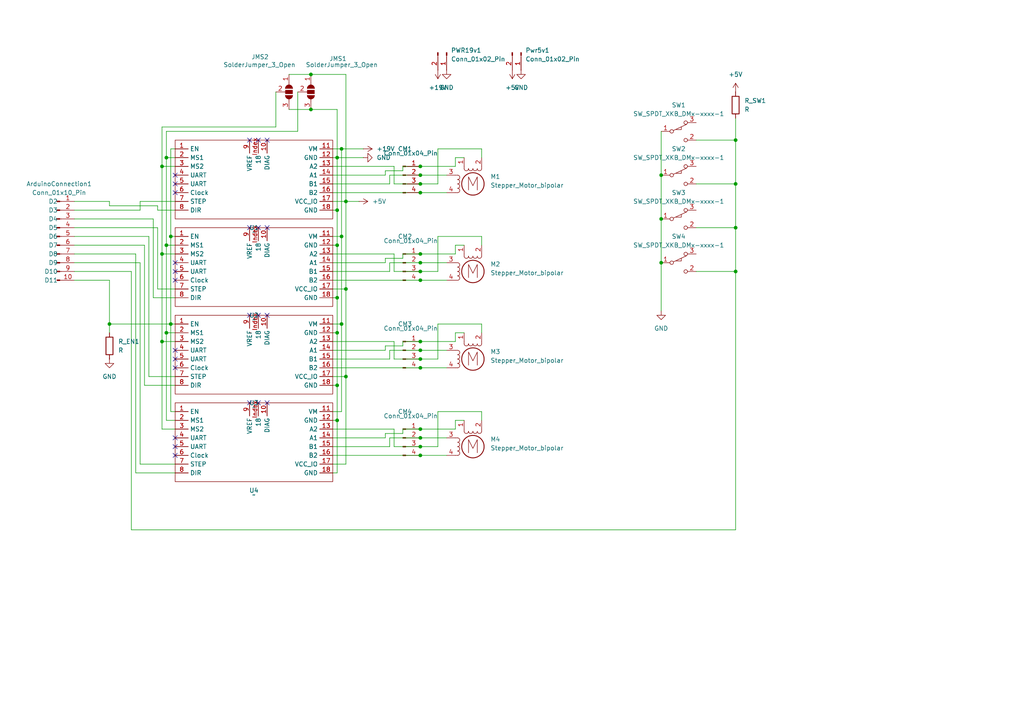
<source format=kicad_sch>
(kicad_sch (version 20231120) (generator "eeschema") (generator_version "8.0")
  (paper "A4")
  (lib_symbols
    (symbol "Connector:Conn_01x02_Pin" (pin_names (offset 1.016) hide)
      (property "Reference" "J" (at 0 2.54 0))
      (property "Value" "Conn_01x02_Pin" (at 0 -5.08 0))
      (symbol "Conn_01x02_Pin_1_1"
        (polyline (pts (xy 1.27 -2.54) (xy 0.8636 -2.54)) (stroke (width 0.1524)))
        (polyline (pts (xy 1.27 0) (xy 0.8636 0)) (stroke (width 0.1524)))
        (rectangle (start 0.8636 -2.413) (end 0 -2.667) (stroke (width 0.1524)) (fill (type outline)))
        (rectangle (start 0.8636 0.127) (end 0 -0.127) (stroke (width 0.1524)) (fill (type outline)))
        (pin passive line (at 5.08 0 180) (length 3.81) (name "Pin_1") (number "1"))
        (pin passive line (at 5.08 -2.54 180) (length 3.81) (name "Pin_2") (number "2"))
      )
    )
    (symbol "Connector:Conn_01x04_Pin" (pin_names (offset 1.016) hide)
      (property "Reference" "J" (at 0 5.08 0))
      (property "Value" "Conn_01x04_Pin" (at 0 -7.62 0))
      (symbol "Conn_01x04_Pin_1_1"
        (polyline (pts (xy 1.27 -5.08) (xy 0.8636 -5.08)) (stroke (width 0.1524)))
        (polyline (pts (xy 1.27 -2.54) (xy 0.8636 -2.54)) (stroke (width 0.1524)))
        (polyline (pts (xy 1.27 0) (xy 0.8636 0)) (stroke (width 0.1524)))
        (polyline (pts (xy 1.27 2.54) (xy 0.8636 2.54)) (stroke (width 0.1524)))
        (rectangle (start 0.8636 -4.953) (end 0 -5.207) (stroke (width 0.1524)) (fill (type outline)))
        (rectangle (start 0.8636 -2.413) (end 0 -2.667) (stroke (width 0.1524)) (fill (type outline)))
        (rectangle (start 0.8636 0.127) (end 0 -0.127) (stroke (width 0.1524)) (fill (type outline)))
        (rectangle (start 0.8636 2.667) (end 0 2.413) (stroke (width 0.1524)) (fill (type outline)))
        (pin passive line (at 5.08 2.54 180) (length 3.81) (name "Pin_1") (number "1"))
        (pin passive line (at 5.08 0 180) (length 3.81) (name "Pin_2") (number "2"))
        (pin passive line (at 5.08 -2.54 180) (length 3.81) (name "Pin_3") (number "3"))
        (pin passive line (at 5.08 -5.08 180) (length 3.81) (name "Pin_4") (number "4"))
      )
    )
    (symbol "Connector:Conn_01x10_Pin" (pin_names (offset 1.016))
      (property "Reference" "ArduinoConnection1" (at 0.635 15.24 0))
      (property "Value" "Conn_01x10_Pin" (at 0.635 12.7 0))
      (symbol "Conn_01x10_Pin_1_1"
        (rectangle (start 0 -10.033) (end 0.8636 -10.287) (stroke (width 0.1524)) (fill (type outline)))
        (polyline (pts (xy 1.27 -12.7) (xy 0.8636 -12.7)) (stroke (width 0.1524)))
        (polyline (pts (xy 1.27 -10.16) (xy 0.8636 -10.16)) (stroke (width 0.1524)))
        (polyline (pts (xy 1.27 -7.62) (xy 0.8636 -7.62)) (stroke (width 0.1524)))
        (polyline (pts (xy 1.27 -5.08) (xy 0.8636 -5.08)) (stroke (width 0.1524)))
        (polyline (pts (xy 1.27 -2.54) (xy 0.8636 -2.54)) (stroke (width 0.1524)))
        (polyline (pts (xy 1.27 0) (xy 0.8636 0)) (stroke (width 0.1524)))
        (polyline (pts (xy 1.27 2.54) (xy 0.8636 2.54)) (stroke (width 0.1524)))
        (polyline (pts (xy 1.27 5.08) (xy 0.8636 5.08)) (stroke (width 0.1524)))
        (polyline (pts (xy 1.27 7.62) (xy 0.8636 7.62)) (stroke (width 0.1524)))
        (polyline (pts (xy 1.27 10.16) (xy 0.8636 10.16)) (stroke (width 0.1524)))
        (rectangle (start 0.8636 -12.573) (end 0 -12.827) (stroke (width 0.1524)) (fill (type outline)))
        (rectangle (start 0.8636 -7.493) (end 0 -7.747) (stroke (width 0.1524)) (fill (type outline)))
        (rectangle (start 0.8636 -4.953) (end 0 -5.207) (stroke (width 0.1524)) (fill (type outline)))
        (rectangle (start 0.8636 -2.413) (end 0 -2.667) (stroke (width 0.1524)) (fill (type outline)))
        (rectangle (start 0.8636 0.127) (end 0 -0.127) (stroke (width 0.1524)) (fill (type outline)))
        (rectangle (start 0.8636 2.667) (end 0 2.413) (stroke (width 0.1524)) (fill (type outline)))
        (rectangle (start 0.8636 5.207) (end 0 4.953) (stroke (width 0.1524)) (fill (type outline)))
        (rectangle (start 0.8636 7.747) (end 0 7.493) (stroke (width 0.1524)) (fill (type outline)))
        (rectangle (start 0.8636 10.287) (end 0 10.033) (stroke (width 0.1524)) (fill (type outline)))
        (pin passive line (at 5.08 10.16 180) (length 3.81) (name "D2") (number "1"))
        (pin passive line (at 5.08 -12.7 180) (length 3.81) (name "D11") (number "10"))
        (pin passive line (at 5.08 7.62 180) (length 3.81) (name "D3") (number "2"))
        (pin passive line (at 5.08 5.08 180) (length 3.81) (name "D4") (number "3"))
        (pin passive line (at 5.08 2.54 180) (length 3.81) (name "D5") (number "4"))
        (pin passive line (at 5.08 0 180) (length 3.81) (name "D6") (number "5"))
        (pin passive line (at 5.08 -2.54 180) (length 3.81) (name "D7") (number "6"))
        (pin passive line (at 5.08 -5.08 180) (length 3.81) (name "D8") (number "7"))
        (pin passive line (at 5.08 -7.62 180) (length 3.81) (name "D9") (number "8"))
        (pin passive line (at 5.08 -10.16 180) (length 3.81) (name "D10") (number "9"))
      )
    )
    (symbol "Device:R" (pin_numbers hide) (pin_names (offset 0))
      (property "Reference" "R" (at 2.032 0 90))
      (property "Value" "R" (at 0 0 90))
      (symbol "R_0_1"
        (rectangle (start -1.016 -2.54) (end 1.016 2.54) (stroke (width 0.254)))
      )
      (symbol "R_1_1"
        (pin passive line (at 0 3.81 270) (length 1.27) (name "~") (number "1"))
        (pin passive line (at 0 -3.81 90) (length 1.27) (name "~") (number "2"))
      )
    )
    (symbol "Jumper:SolderJumper_3_Open" (pin_names (offset 0) hide) (exclude_from_sim yes) (in_bom no)
      (property "Reference" "JP" (at -2.54 -2.54 0))
      (property "Value" "SolderJumper_3_Open" (at 0 2.794 0))
      (symbol "SolderJumper_3_Open_0_1"
        (arc (start -1.016 1.016) (mid -2.0276 0) (end -1.016 -1.016))
        (arc (start -1.016 1.016) (mid -2.0276 0) (end -1.016 -1.016) (fill (type outline)))
        (rectangle (start -0.508 1.016) (end 0.508 -1.016) (fill (type outline)))
        (polyline (pts (xy -2.54 0) (xy -2.032 0)))
        (polyline (pts (xy -1.016 1.016) (xy -1.016 -1.016)))
        (polyline (pts (xy 0 -1.27) (xy 0 -1.016)))
        (polyline (pts (xy 1.016 1.016) (xy 1.016 -1.016)))
        (polyline (pts (xy 2.54 0) (xy 2.032 0)))
        (arc (start 1.016 -1.016) (mid 2.0276 0) (end 1.016 1.016))
        (arc (start 1.016 -1.016) (mid 2.0276 0) (end 1.016 1.016) (fill (type outline)))
      )
      (symbol "SolderJumper_3_Open_1_1"
        (pin passive line (at -5.08 0 0) (length 2.54) (name "A") (number "1"))
        (pin passive line (at 0 -3.81 90) (length 2.54) (name "C") (number "2"))
        (pin passive line (at 5.08 0 180) (length 2.54) (name "B") (number "3"))
      )
    )
    (symbol "Motor:Stepper_Motor_bipolar" (pin_names (offset 0) hide)
      (property "Reference" "M" (at 3.81 2.54 0))
      (property "Value" "Stepper_Motor_bipolar" (at 3.81 1.27 0))
      (symbol "Stepper_Motor_bipolar_0_0"
        (polyline (pts (xy -1.27 -1.778) (xy -1.27 2.032) (xy 0 -0.508) (xy 1.27 2.032) (xy 1.27 -1.778)))
      )
      (symbol "Stepper_Motor_bipolar_0_1"
        (arc (start -4.445 -2.54) (mid -3.8127 -1.905) (end -4.445 -1.27))
        (arc (start -4.445 -1.27) (mid -3.8127 -0.635) (end -4.445 0))
        (arc (start -4.445 0) (mid -3.8127 0.635) (end -4.445 1.27))
        (arc (start -4.445 1.27) (mid -3.8127 1.905) (end -4.445 2.54))
        (arc (start -2.54 4.445) (mid -1.905 3.8127) (end -1.27 4.445))
        (arc (start -1.27 4.445) (mid -0.635 3.8127) (end 0 4.445))
        (polyline (pts (xy -5.08 -2.54) (xy -4.445 -2.54)))
        (polyline (pts (xy -5.08 2.54) (xy -4.445 2.54)))
        (polyline (pts (xy -2.54 5.08) (xy -2.54 4.445)))
        (polyline (pts (xy 2.54 5.08) (xy 2.54 4.445)))
        (circle (center 0 0) (radius 3.2512) (stroke (width 0.254)))
        (arc (start 0 4.445) (mid 0.635 3.8127) (end 1.27 4.445))
        (arc (start 1.27 4.445) (mid 1.905 3.8127) (end 2.54 4.445))
      )
      (symbol "Stepper_Motor_bipolar_1_1"
        (pin passive line (at -2.54 7.62 270) (length 2.54) (name "~") (number "1"))
        (pin passive line (at 2.54 7.62 270) (length 2.54) (name "-") (number "2"))
        (pin passive line (at -7.62 2.54 0) (length 2.54) (name "~") (number "3"))
        (pin passive line (at -7.62 -2.54 0) (length 2.54) (name "~") (number "4"))
      )
    )
    (symbol "Switch:SW_SPDT_XKB_DMx-xxxx-1" (pin_names (offset 0) hide)
      (property "Reference" "SW" (at 0 4.318 0))
      (property "Value" "SW_SPDT_XKB_DMx-xxxx-1" (at 0 -5.588 0))
      (symbol "SW_SPDT_XKB_DMx-xxxx-1_1_1"
        (circle (center -2.032 0) (radius 0.508))
        (polyline (pts (xy -1.524 0.254) (xy 2.286 2.032)))
        (polyline (pts (xy -0.762 0.508) (xy 0.762 0.508) (xy 0.762 1.27)))
        (circle (center 2.032 -2.54) (radius 0.508))
        (circle (center 2.032 2.54) (radius 0.508))
        (pin passive line (at -5.08 0 0) (length 2.54) (name "A") (number "1"))
        (pin passive line (at 5.08 -2.54 180) (length 2.54) (name "B") (number "2"))
        (pin passive line (at 5.08 2.54 180) (length 2.54) (name "C") (number "3"))
      )
    )
    (symbol "TMC2209:Bigtreetech_TMC2209"
      (property "Reference" "U" (at 0 0 0))
      (symbol "Bigtreetech_TMC2209_0_1"
        (rectangle (start -24.13 11.43) (end 21.59 -11.43))
      )
      (symbol "Bigtreetech_TMC2209_1_1"
        (polyline (pts (xy -2.54 6.35) (xy -2.1336 6.35)) (stroke (width 0.1524)))
        (pin input line (at -24.13 8.89 0) (length 3.81) (name "EN") (number "1"))
        (pin passive line (at 2.54 11.43 270) (length 3.81) (name "DIAG") (number "10"))
        (pin power_in line (at 21.59 8.89 180) (length 3.81) (name "VM") (number "11"))
        (pin power_in line (at 21.59 6.35 180) (length 3.81) (name "GND") (number "12"))
        (pin output line (at 21.59 3.81 180) (length 3.81) (name "A2") (number "13"))
        (pin output line (at 21.59 1.27 180) (length 3.81) (name "A1") (number "14"))
        (pin output line (at 21.59 -1.27 180) (length 3.81) (name "B1") (number "15"))
        (pin output line (at 21.59 -3.81 180) (length 3.81) (name "B2") (number "16"))
        (pin power_in line (at 21.59 -6.35 180) (length 3.81) (name "VCC_IO") (number "17"))
        (pin power_in line (at 21.59 -8.89 180) (length 3.81) (name "GND") (number "18"))
        (pin input line (at -24.13 6.35 0) (length 3.81) (name "MS1") (number "2"))
        (pin input line (at -24.13 3.81 0) (length 3.81) (name "MS2") (number "3"))
        (pin input line (at -24.13 1.27 0) (length 3.81) (name "UART") (number "4"))
        (pin input line (at -24.13 -1.27 0) (length 3.81) (name "UART") (number "5"))
        (pin input line (at -24.13 -3.81 0) (length 3.81) (name "Clock") (number "6"))
        (pin input line (at -24.13 -6.35 0) (length 3.81) (name "STEP") (number "7"))
        (pin input line (at -24.13 -8.89 0) (length 3.81) (name "DIR") (number "8"))
        (pin passive line (at -2.54 11.43 270) (length 3.81) (name "VREF") (number "9"))
        (pin passive line (at 0 11.43 270) (length 3.81) (name "18") (number "Index"))
      )
    )
    (symbol "power:+15V" (power) (pin_numbers hide) (pin_names (offset 0) hide)
      (property "Value" "+15V" (at 0 3.556 0))
      (symbol "+15V_0_1"
        (polyline (pts (xy -0.762 1.27) (xy 0 2.54)))
        (polyline (pts (xy 0 0) (xy 0 2.54)))
        (polyline (pts (xy 0 2.54) (xy 0.762 1.27)))
      )
      (symbol "+15V_1_1"
        (pin power_in line (at 0 0 90) (length 0) (name "~") (number "1"))
      )
    )
    (symbol "power:+5V" (power) (pin_numbers hide) (pin_names (offset 0) hide)
      (property "Value" "+5V" (at 0 3.556 0))
      (symbol "+5V_0_1"
        (polyline (pts (xy -0.762 1.27) (xy 0 2.54)))
        (polyline (pts (xy 0 0) (xy 0 2.54)))
        (polyline (pts (xy 0 2.54) (xy 0.762 1.27)))
      )
      (symbol "+5V_1_1"
        (pin power_in line (at 0 0 90) (length 0) (name "~") (number "1"))
      )
    )
    (symbol "power:GND" (power) (pin_numbers hide) (pin_names (offset 0) hide)
      (property "Value" "GND" (at 0 -3.81 0))
      (symbol "GND_0_1"
        (polyline (pts (xy 0 0) (xy 0 -1.27) (xy 1.27 -1.27) (xy 0 -2.54) (xy -1.27 -1.27) (xy 0 -1.27)))
      )
      (symbol "GND_1_1"
        (pin power_in line (at 0 0 270) (length 0) (name "~") (number "1"))
      )
    )
  )
  (junction (at 46.99 99.06))
  (junction (at 213.36 53.34))
  (junction (at 121.92 48.26))
  (junction (at 121.92 101.6))
  (junction (at 191.77 76.2))
  (junction (at 97.79 96.52))
  (junction (at 213.36 78.74))
  (junction (at 121.92 129.54))
  (junction (at 99.06 43.18))
  (junction (at 121.92 76.2))
  (junction (at 31.75 93.98))
  (junction (at 48.26 71.12))
  (junction (at 121.92 132.08))
  (junction (at 100.33 58.42))
  (junction (at 121.92 50.8))
  (junction (at 97.79 60.96))
  (junction (at 121.92 78.74))
  (junction (at 121.92 99.06))
  (junction (at 191.77 50.8))
  (junction (at 121.92 55.88))
  (junction (at 97.79 45.72))
  (junction (at 99.06 68.58))
  (junction (at 97.79 121.92))
  (junction (at 121.92 73.66))
  (junction (at 46.99 73.66))
  (junction (at 90.17 21.59))
  (junction (at 213.36 66.04))
  (junction (at 48.26 45.72))
  (junction (at 49.53 68.58))
  (junction (at 191.77 63.5))
  (junction (at 49.53 93.98))
  (junction (at 121.92 53.34))
  (junction (at 121.92 81.28))
  (junction (at 90.17 31.75))
  (junction (at 121.92 124.46))
  (junction (at 100.33 83.82))
  (junction (at 121.92 104.14))
  (junction (at 100.33 109.22))
  (junction (at 97.79 86.36))
  (junction (at 99.06 93.98))
  (junction (at 213.36 40.64))
  (junction (at 46.99 48.26))
  (junction (at 97.79 111.76))
  (junction (at 121.92 127))
  (junction (at 48.26 96.52))
  (junction (at 121.92 106.68))
  (junction (at 97.79 71.12))
  (no_connect (at 50.8 129.54))
  (no_connect (at 77.47 116.84))
  (no_connect (at 72.39 116.84))
  (no_connect (at 50.8 132.08))
  (no_connect (at 77.47 66.04))
  (no_connect (at 50.8 78.74))
  (no_connect (at 50.8 106.68))
  (no_connect (at 50.8 53.34))
  (no_connect (at 50.8 50.8))
  (no_connect (at 72.39 91.44))
  (no_connect (at 74.93 40.64))
  (no_connect (at 50.8 81.28))
  (no_connect (at 74.93 116.84))
  (no_connect (at 72.39 66.04))
  (no_connect (at 50.8 104.14))
  (no_connect (at 50.8 127))
  (no_connect (at 50.8 55.88))
  (no_connect (at 74.93 66.04))
  (no_connect (at 50.8 76.2))
  (no_connect (at 77.47 91.44))
  (no_connect (at 74.93 91.44))
  (no_connect (at 50.8 101.6))
  (no_connect (at 77.47 40.64))
  (no_connect (at 72.39 40.64))
  (wire (pts (xy 132.08 71.12) (xy 132.08 73.66)))
  (wire (pts (xy 46.99 99.06) (xy 50.8 99.06)))
  (wire (pts (xy 96.52 76.2) (xy 111.76 76.2)))
  (wire (pts (xy 96.52 124.46) (xy 114.3 124.46)))
  (wire (pts (xy 139.7 96.52) (xy 139.7 93.98)))
  (wire (pts (xy 116.84 49.53) (xy 116.84 48.26)))
  (wire (pts (xy 127 119.38) (xy 127 129.54)))
  (wire (pts (xy 139.7 68.58) (xy 127 68.58)))
  (wire (pts (xy 40.64 58.42) (xy 40.64 60.96)))
  (wire (pts (xy 99.06 93.98) (xy 99.06 119.38)))
  (wire (pts (xy 99.06 68.58) (xy 96.52 68.58)))
  (wire (pts (xy 48.26 71.12) (xy 50.8 71.12)))
  (wire (pts (xy 127 104.14) (xy 121.92 104.14)))
  (wire (pts (xy 50.8 48.26) (xy 46.99 48.26)))
  (wire (pts (xy 90.17 31.75) (xy 97.79 31.75)))
  (wire (pts (xy 97.79 111.76) (xy 96.52 111.76)))
  (wire (pts (xy 39.37 137.16) (xy 39.37 73.66)))
  (wire (pts (xy 121.92 127) (xy 129.54 127)))
  (wire (pts (xy 99.06 43.18) (xy 105.41 43.18)))
  (wire (pts (xy 38.1 153.67) (xy 213.36 153.67)))
  (wire (pts (xy 97.79 111.76) (xy 97.79 121.92)))
  (wire (pts (xy 114.3 73.66) (xy 114.3 78.74)))
  (wire (pts (xy 49.53 93.98) (xy 49.53 119.38)))
  (wire (pts (xy 96.52 53.34) (xy 113.03 53.34)))
  (wire (pts (xy 50.8 134.62) (xy 40.64 134.62)))
  (wire (pts (xy 132.08 45.72) (xy 132.08 48.26)))
  (wire (pts (xy 96.52 127) (xy 111.76 127)))
  (wire (pts (xy 21.59 81.28) (xy 31.75 81.28)))
  (wire (pts (xy 111.76 127) (xy 111.76 125.73)))
  (wire (pts (xy 97.79 45.72) (xy 105.41 45.72)))
  (wire (pts (xy 21.59 78.74) (xy 38.1 78.74)))
  (wire (pts (xy 46.99 36.83) (xy 80.01 36.83)))
  (wire (pts (xy 113.03 101.6) (xy 121.92 101.6)))
  (wire (pts (xy 99.06 93.98) (xy 96.52 93.98)))
  (wire (pts (xy 96.52 104.14) (xy 113.03 104.14)))
  (wire (pts (xy 100.33 109.22) (xy 96.52 109.22)))
  (wire (pts (xy 96.52 99.06) (xy 114.3 99.06)))
  (wire (pts (xy 132.08 124.46) (xy 121.92 124.46)))
  (wire (pts (xy 114.3 124.46) (xy 114.3 129.54)))
  (wire (pts (xy 99.06 68.58) (xy 99.06 93.98)))
  (wire (pts (xy 31.75 93.98) (xy 31.75 96.52)))
  (wire (pts (xy 45.72 83.82) (xy 45.72 66.04)))
  (wire (pts (xy 50.8 60.96) (xy 45.72 60.96)))
  (wire (pts (xy 116.84 74.93) (xy 116.84 73.66)))
  (wire (pts (xy 96.52 134.62) (xy 100.33 134.62)))
  (wire (pts (xy 111.76 100.33) (xy 116.84 100.33)))
  (wire (pts (xy 97.79 121.92) (xy 96.52 121.92)))
  (wire (pts (xy 100.33 58.42) (xy 100.33 21.59)))
  (wire (pts (xy 49.53 119.38) (xy 50.8 119.38)))
  (wire (pts (xy 49.53 43.18) (xy 50.8 43.18)))
  (wire (pts (xy 48.26 96.52) (xy 48.26 71.12)))
  (wire (pts (xy 114.3 99.06) (xy 114.3 104.14)))
  (wire (pts (xy 111.76 125.73) (xy 116.84 125.73)))
  (wire (pts (xy 132.08 121.92) (xy 132.08 124.46)))
  (wire (pts (xy 99.06 119.38) (xy 96.52 119.38)))
  (wire (pts (xy 116.84 124.46) (xy 121.92 124.46)))
  (wire (pts (xy 121.92 76.2) (xy 129.54 76.2)))
  (wire (pts (xy 121.92 132.08) (xy 129.54 132.08)))
  (wire (pts (xy 80.01 36.83) (xy 80.01 26.67)))
  (wire (pts (xy 45.72 66.04) (xy 21.59 66.04)))
  (wire (pts (xy 96.52 132.08) (xy 121.92 132.08)))
  (wire (pts (xy 96.52 50.8) (xy 111.76 50.8)))
  (wire (pts (xy 191.77 76.2) (xy 191.77 90.17)))
  (wire (pts (xy 134.62 45.72) (xy 132.08 45.72)))
  (wire (pts (xy 50.8 109.22) (xy 43.18 109.22)))
  (wire (pts (xy 38.1 78.74) (xy 38.1 153.67)))
  (wire (pts (xy 113.03 76.2) (xy 121.92 76.2)))
  (wire (pts (xy 41.91 111.76) (xy 50.8 111.76)))
  (wire (pts (xy 100.33 58.42) (xy 104.14 58.42)))
  (wire (pts (xy 113.03 50.8) (xy 121.92 50.8)))
  (wire (pts (xy 213.36 40.64) (xy 213.36 53.34)))
  (wire (pts (xy 21.59 71.12) (xy 41.91 71.12)))
  (wire (pts (xy 132.08 48.26) (xy 121.92 48.26)))
  (wire (pts (xy 121.92 106.68) (xy 129.54 106.68)))
  (wire (pts (xy 111.76 49.53) (xy 116.84 49.53)))
  (wire (pts (xy 201.93 40.64) (xy 213.36 40.64)))
  (wire (pts (xy 213.36 53.34) (xy 201.93 53.34)))
  (wire (pts (xy 41.91 71.12) (xy 41.91 111.76)))
  (wire (pts (xy 96.52 106.68) (xy 121.92 106.68)))
  (wire (pts (xy 31.75 59.69) (xy 31.75 58.42)))
  (wire (pts (xy 96.52 81.28) (xy 121.92 81.28)))
  (wire (pts (xy 127 68.58) (xy 127 78.74)))
  (wire (pts (xy 31.75 81.28) (xy 31.75 93.98)))
  (wire (pts (xy 46.99 99.06) (xy 46.99 124.46)))
  (wire (pts (xy 96.52 96.52) (xy 97.79 96.52)))
  (wire (pts (xy 127 78.74) (xy 121.92 78.74)))
  (wire (pts (xy 213.36 66.04) (xy 213.36 78.74)))
  (wire (pts (xy 111.76 50.8) (xy 111.76 49.53)))
  (wire (pts (xy 31.75 58.42) (xy 21.59 58.42)))
  (wire (pts (xy 97.79 86.36) (xy 96.52 86.36)))
  (wire (pts (xy 113.03 127) (xy 121.92 127)))
  (wire (pts (xy 96.52 60.96) (xy 97.79 60.96)))
  (wire (pts (xy 50.8 121.92) (xy 48.26 121.92)))
  (wire (pts (xy 213.36 153.67) (xy 213.36 78.74)))
  (wire (pts (xy 121.92 81.28) (xy 129.54 81.28)))
  (wire (pts (xy 100.33 83.82) (xy 100.33 58.42)))
  (wire (pts (xy 48.26 45.72) (xy 48.26 38.1)))
  (wire (pts (xy 114.3 104.14) (xy 121.92 104.14)))
  (wire (pts (xy 116.84 125.73) (xy 116.84 124.46)))
  (wire (pts (xy 43.18 68.58) (xy 21.59 68.58)))
  (wire (pts (xy 116.84 100.33) (xy 116.84 99.06)))
  (wire (pts (xy 46.99 48.26) (xy 46.99 73.66)))
  (wire (pts (xy 114.3 48.26) (xy 114.3 53.34)))
  (wire (pts (xy 127 129.54) (xy 121.92 129.54)))
  (wire (pts (xy 44.45 86.36) (xy 44.45 63.5)))
  (wire (pts (xy 97.79 45.72) (xy 97.79 60.96)))
  (wire (pts (xy 96.52 48.26) (xy 114.3 48.26)))
  (wire (pts (xy 97.79 96.52) (xy 97.79 111.76)))
  (wire (pts (xy 40.64 76.2) (xy 21.59 76.2)))
  (wire (pts (xy 100.33 83.82) (xy 96.52 83.82)))
  (wire (pts (xy 39.37 137.16) (xy 50.8 137.16)))
  (wire (pts (xy 44.45 63.5) (xy 21.59 63.5)))
  (wire (pts (xy 134.62 121.92) (xy 132.08 121.92)))
  (wire (pts (xy 97.79 137.16) (xy 96.52 137.16)))
  (wire (pts (xy 48.26 38.1) (xy 86.36 38.1)))
  (wire (pts (xy 48.26 71.12) (xy 48.26 45.72)))
  (wire (pts (xy 49.53 68.58) (xy 50.8 68.58)))
  (wire (pts (xy 40.64 60.96) (xy 21.59 60.96)))
  (wire (pts (xy 191.77 63.5) (xy 191.77 76.2)))
  (wire (pts (xy 191.77 50.8) (xy 191.77 63.5)))
  (wire (pts (xy 86.36 38.1) (xy 86.36 26.67)))
  (wire (pts (xy 46.99 73.66) (xy 50.8 73.66)))
  (wire (pts (xy 111.76 101.6) (xy 111.76 100.33)))
  (wire (pts (xy 97.79 121.92) (xy 97.79 137.16)))
  (wire (pts (xy 31.75 93.98) (xy 49.53 93.98)))
  (wire (pts (xy 96.52 73.66) (xy 114.3 73.66)))
  (wire (pts (xy 213.36 66.04) (xy 201.93 66.04)))
  (wire (pts (xy 49.53 68.58) (xy 49.53 93.98)))
  (wire (pts (xy 114.3 53.34) (xy 121.92 53.34)))
  (wire (pts (xy 100.33 21.59) (xy 90.17 21.59)))
  (wire (pts (xy 213.36 53.34) (xy 213.36 66.04)))
  (wire (pts (xy 48.26 45.72) (xy 50.8 45.72)))
  (wire (pts (xy 116.84 73.66) (xy 121.92 73.66)))
  (wire (pts (xy 50.8 58.42) (xy 40.64 58.42)))
  (wire (pts (xy 114.3 129.54) (xy 121.92 129.54)))
  (wire (pts (xy 134.62 71.12) (xy 132.08 71.12)))
  (wire (pts (xy 50.8 86.36) (xy 44.45 86.36)))
  (wire (pts (xy 121.92 55.88) (xy 129.54 55.88)))
  (wire (pts (xy 48.26 96.52) (xy 50.8 96.52)))
  (wire (pts (xy 139.7 45.72) (xy 139.7 43.18)))
  (wire (pts (xy 213.36 78.74) (xy 201.93 78.74)))
  (wire (pts (xy 100.33 134.62) (xy 100.33 109.22)))
  (wire (pts (xy 111.76 74.93) (xy 116.84 74.93)))
  (wire (pts (xy 113.03 129.54) (xy 113.03 127)))
  (wire (pts (xy 97.79 31.75) (xy 97.79 45.72)))
  (wire (pts (xy 96.52 43.18) (xy 99.06 43.18)))
  (wire (pts (xy 49.53 93.98) (xy 50.8 93.98)))
  (wire (pts (xy 139.7 119.38) (xy 127 119.38)))
  (wire (pts (xy 113.03 78.74) (xy 113.03 76.2)))
  (wire (pts (xy 132.08 73.66) (xy 121.92 73.66)))
  (wire (pts (xy 96.52 55.88) (xy 121.92 55.88)))
  (wire (pts (xy 97.79 86.36) (xy 97.79 96.52)))
  (wire (pts (xy 46.99 124.46) (xy 50.8 124.46)))
  (wire (pts (xy 97.79 60.96) (xy 97.79 71.12)))
  (wire (pts (xy 139.7 71.12) (xy 139.7 68.58)))
  (wire (pts (xy 134.62 96.52) (xy 132.08 96.52)))
  (wire (pts (xy 127 53.34) (xy 121.92 53.34)))
  (wire (pts (xy 46.99 48.26) (xy 46.99 36.83)))
  (wire (pts (xy 111.76 76.2) (xy 111.76 74.93)))
  (wire (pts (xy 113.03 104.14) (xy 113.03 101.6)))
  (wire (pts (xy 96.52 45.72) (xy 97.79 45.72)))
  (wire (pts (xy 49.53 43.18) (xy 49.53 68.58)))
  (wire (pts (xy 116.84 99.06) (xy 121.92 99.06)))
  (wire (pts (xy 43.18 109.22) (xy 43.18 68.58)))
  (wire (pts (xy 116.84 48.26) (xy 121.92 48.26)))
  (wire (pts (xy 97.79 71.12) (xy 97.79 86.36)))
  (wire (pts (xy 100.33 58.42) (xy 96.52 58.42)))
  (wire (pts (xy 46.99 73.66) (xy 46.99 99.06)))
  (wire (pts (xy 127 93.98) (xy 127 104.14)))
  (wire (pts (xy 99.06 43.18) (xy 99.06 68.58)))
  (wire (pts (xy 40.64 134.62) (xy 40.64 76.2)))
  (wire (pts (xy 121.92 101.6) (xy 129.54 101.6)))
  (wire (pts (xy 132.08 96.52) (xy 132.08 99.06)))
  (wire (pts (xy 50.8 83.82) (xy 45.72 83.82)))
  (wire (pts (xy 96.52 129.54) (xy 113.03 129.54)))
  (wire (pts (xy 132.08 99.06) (xy 121.92 99.06)))
  (wire (pts (xy 45.72 59.69) (xy 31.75 59.69)))
  (wire (pts (xy 83.82 31.75) (xy 90.17 31.75)))
  (wire (pts (xy 90.17 21.59) (xy 83.82 21.59)))
  (wire (pts (xy 113.03 53.34) (xy 113.03 50.8)))
  (wire (pts (xy 139.7 121.92) (xy 139.7 119.38)))
  (wire (pts (xy 96.52 71.12) (xy 97.79 71.12)))
  (wire (pts (xy 96.52 101.6) (xy 111.76 101.6)))
  (wire (pts (xy 121.92 50.8) (xy 129.54 50.8)))
  (wire (pts (xy 48.26 121.92) (xy 48.26 96.52)))
  (wire (pts (xy 139.7 93.98) (xy 127 93.98)))
  (wire (pts (xy 213.36 40.64) (xy 213.36 34.29)))
  (wire (pts (xy 100.33 109.22) (xy 100.33 83.82)))
  (wire (pts (xy 45.72 60.96) (xy 45.72 59.69)))
  (wire (pts (xy 191.77 38.1) (xy 191.77 50.8)))
  (wire (pts (xy 39.37 73.66) (xy 21.59 73.66)))
  (wire (pts (xy 127 43.18) (xy 127 53.34)))
  (wire (pts (xy 96.52 78.74) (xy 113.03 78.74)))
  (wire (pts (xy 114.3 78.74) (xy 121.92 78.74)))
  (wire (pts (xy 139.7 43.18) (xy 127 43.18)))
  (symbol (lib_id "Device:R") (at 213.36 30.48 0) (unit 1)
    (property "Reference" "R_SW1" (at 215.9 29.2099 0) (effects (justify left)))
    (property "Value" "R" (at 215.9 31.7499 0) (effects (justify left)))
    (property "Footprint" "Resistor_THT:R_Axial_DIN0207_L6.3mm_D2.5mm_P10.16mm_Horizontal" (effects (hide yes)))
    (property "Description" "Resistor" (effects (hide yes)))
  )
  (symbol (lib_id "Connector:Conn_01x02_Pin") (at 129.54 15.24 270) (unit 1)
    (property "Reference" "PWR19v1" (at 130.81 14.6049 90) (effects (justify left)))
    (property "Value" "Conn_01x02_Pin" (at 130.81 17.1449 90) (effects (justify left)))
    (property "Footprint" "Connector_PinSocket_2.54mm:PinSocket_1x02_P2.54mm_Vertical" (effects (hide yes)))
    (property "Description" "Generic connector, single row, 01x02, script generated" (effects (hide yes)))
  )
  (symbol (lib_id "Switch:SW_SPDT_XKB_DMx-xxxx-1") (at 196.85 76.2 0) (unit 1)
    (property "Reference" "SW4" (at 196.85 68.58 0))
    (property "Value" "SW_SPDT_XKB_DMx-xxxx-1" (at 196.85 71.12 0))
    (property "Footprint" "Connector_PinSocket_2.54mm:PinSocket_1x02_P2.54mm_Vertical" (effects (hide yes)))
    (property "Description" "Position switch" (effects (hide yes)))
  )
  (symbol (lib_id "power:GND") (at 129.54 20.32 0) (unit 1)
    (property "Reference" "#PWR07" (effects (hide yes)))
    (property "Value" "GND" (at 129.54 25.4 0))
    (property "Description" "Power symbol creates a global label with name \"GND\" , ground" (effects (hide yes)))
  )
  (symbol (lib_id "power:+15V") (at 127 20.32 180) (unit 1)
    (property "Reference" "#PWR09" (effects (hide yes)))
    (property "Value" "+19V" (at 127 25.4 0))
    (property "Description" "Power symbol creates a global label with name \"+15V\"" (effects (hide yes)))
  )
  (symbol (lib_id "power:GND") (at 151.13 20.32 0) (unit 1)
    (property "Reference" "#PWR08" (effects (hide yes)))
    (property "Value" "GND" (at 151.13 25.4 0))
    (property "Description" "Power symbol creates a global label with name \"GND\" , ground" (effects (hide yes)))
  )
  (symbol (lib_id "Jumper:SolderJumper_3_Open") (at 83.82 26.67 270) (unit 1) (exclude_from_sim yes) (in_bom no)
    (property "Reference" "JMS2" (at 72.898 16.51 90) (effects (justify left)))
    (property "Value" "SolderJumper_3_Open" (at 64.77 18.796 90) (effects (justify left)))
    (property "Footprint" "Jumper:SolderJumper-3_P1.3mm_Open_RoundedPad1.0x1.5mm_NumberLabels" (effects (hide yes)))
    (property "Description" "Solder Jumper, 3-pole, open" (effects (hide yes)))
  )
  (symbol (lib_id "Motor:Stepper_Motor_bipolar") (at 137.16 129.54 0) (unit 1)
    (property "Reference" "M4" (at 142.24 127.419 0) (effects (justify left)))
    (property "Value" "Stepper_Motor_bipolar" (at 142.24 129.959 0) (effects (justify left)))
    (property "Datasheet" "http://www.infineon.com/dgdl/Application-Note-TLE8110EE_driving_UniPolarStepperMotor_V1.1.pdf?fileId=db3a30431be39b97011be5d0aa0a00b0" (effects (hide yes)))
    (property "Description" "4-wire bipolar stepper motor" (effects (hide yes)))
  )
  (symbol (lib_id "Motor:Stepper_Motor_bipolar") (at 137.16 78.74 0) (unit 1)
    (property "Reference" "M2" (at 142.24 76.619 0) (effects (justify left)))
    (property "Value" "Stepper_Motor_bipolar" (at 142.24 79.159 0) (effects (justify left)))
    (property "Datasheet" "http://www.infineon.com/dgdl/Application-Note-TLE8110EE_driving_UniPolarStepperMotor_V1.1.pdf?fileId=db3a30431be39b97011be5d0aa0a00b0" (effects (hide yes)))
    (property "Description" "4-wire bipolar stepper motor" (effects (hide yes)))
  )
  (symbol (lib_id "TMC2209:Bigtreetech_TMC2209") (at 74.93 77.47 0) (unit 1)
    (property "Reference" "U2" (at 73.66 91.44 0))
    (property "Value" "~" (at 73.66 92.71 0))
    (property "Footprint" "TMC2209:Bigtreetech_TMC2209" (effects (hide yes)))
  )
  (symbol (lib_id "TMC2209:Bigtreetech_TMC2209") (at 74.93 52.07 0) (unit 1)
    (property "Reference" "U1" (at 73.66 66.04 0))
    (property "Value" "~" (at 73.66 67.31 0))
    (property "Footprint" "TMC2209:Bigtreetech_TMC2209" (effects (hide yes)))
  )
  (symbol (lib_id "power:GND") (at 191.77 90.17 0) (unit 1)
    (property "Reference" "#PWR04" (effects (hide yes)))
    (property "Value" "GND" (at 191.77 95.25 0))
    (property "Description" "Power symbol creates a global label with name \"GND\" , ground" (effects (hide yes)))
  )
  (symbol (lib_id "Jumper:SolderJumper_3_Open") (at 90.17 26.67 270) (unit 1) (exclude_from_sim yes) (in_bom no)
    (property "Reference" "JMS1" (at 95.504 17.018 90) (effects (justify left)))
    (property "Value" "SolderJumper_3_Open" (at 88.646 18.7961 90) (effects (justify left)))
    (property "Footprint" "Jumper:SolderJumper-3_P1.3mm_Open_RoundedPad1.0x1.5mm_NumberLabels" (effects (hide yes)))
    (property "Description" "Solder Jumper, 3-pole, open" (effects (hide yes)))
  )
  (symbol (lib_id "TMC2209:Bigtreetech_TMC2209") (at 74.93 128.27 0) (unit 1)
    (property "Reference" "U4" (at 73.66 142.24 0))
    (property "Value" "~" (at 73.66 143.51 0))
    (property "Footprint" "TMC2209:Bigtreetech_TMC2209" (effects (hide yes)))
  )
  (symbol (lib_id "power:+5V") (at 104.14 58.42 270) (unit 1)
    (property "Reference" "#PWR01" (effects (hide yes)))
    (property "Value" "+5V" (at 107.95 58.4199 90) (effects (justify left)))
    (property "Description" "Power symbol creates a global label with name \"+5V\"" (effects (hide yes)))
  )
  (symbol (lib_id "Switch:SW_SPDT_XKB_DMx-xxxx-1") (at 196.85 50.8 0) (unit 1)
    (property "Reference" "SW2" (at 196.85 43.18 0))
    (property "Value" "SW_SPDT_XKB_DMx-xxxx-1" (at 196.85 45.72 0))
    (property "Footprint" "Connector_PinSocket_2.54mm:PinSocket_1x02_P2.54mm_Vertical" (effects (hide yes)))
    (property "Description" "Position switch" (effects (hide yes)))
  )
  (symbol (lib_id "Switch:SW_SPDT_XKB_DMx-xxxx-1") (at 196.85 38.1 0) (unit 1)
    (property "Reference" "SW1" (at 196.85 30.48 0))
    (property "Value" "SW_SPDT_XKB_DMx-xxxx-1" (at 196.85 33.02 0))
    (property "Footprint" "Connector_PinSocket_2.54mm:PinSocket_1x02_P2.54mm_Vertical" (effects (hide yes)))
    (property "Description" "Position switch" (effects (hide yes)))
  )
  (symbol (lib_id "Connector:Conn_01x04_Pin") (at 116.84 76.2 0) (unit 1)
    (property "Reference" "CM2" (at 117.475 68.58 0))
    (property "Value" "Conn_01x04_Pin" (at 119.126 69.85 0))
    (property "Footprint" "Connector_PinHeader_2.54mm:PinHeader_1x04_P2.54mm_Vertical" (effects (hide yes)))
    (property "Description" "Generic connector, single row, 01x04, script generated" (effects (hide yes)))
  )
  (symbol (lib_id "Motor:Stepper_Motor_bipolar") (at 137.16 104.14 0) (unit 1)
    (property "Reference" "M3" (at 142.24 102.019 0) (effects (justify left)))
    (property "Value" "Stepper_Motor_bipolar" (at 142.24 104.559 0) (effects (justify left)))
    (property "Datasheet" "http://www.infineon.com/dgdl/Application-Note-TLE8110EE_driving_UniPolarStepperMotor_V1.1.pdf?fileId=db3a30431be39b97011be5d0aa0a00b0" (effects (hide yes)))
    (property "Description" "4-wire bipolar stepper motor" (effects (hide yes)))
  )
  (symbol (lib_id "power:GND") (at 31.75 104.14 0) (unit 1)
    (property "Reference" "#PWR06" (effects (hide yes)))
    (property "Value" "GND" (at 31.75 109.22 0))
    (property "Description" "Power symbol creates a global label with name \"GND\" , ground" (effects (hide yes)))
  )
  (symbol (lib_id "Device:R") (at 31.75 100.33 0) (unit 1)
    (property "Reference" "R_EN1" (at 34.29 99.0599 0) (effects (justify left)))
    (property "Value" "R" (at 34.29 101.5999 0) (effects (justify left)))
    (property "Footprint" "Resistor_THT:R_Axial_DIN0207_L6.3mm_D2.5mm_P10.16mm_Horizontal" (effects (hide yes)))
    (property "Description" "Resistor" (effects (hide yes)))
  )
  (symbol (lib_id "Switch:SW_SPDT_XKB_DMx-xxxx-1") (at 196.85 63.5 0) (unit 1)
    (property "Reference" "SW3" (at 196.85 55.88 0))
    (property "Value" "SW_SPDT_XKB_DMx-xxxx-1" (at 196.85 58.42 0))
    (property "Footprint" "Connector_PinSocket_2.54mm:PinSocket_1x02_P2.54mm_Vertical" (effects (hide yes)))
    (property "Description" "Position switch" (effects (hide yes)))
  )
  (symbol (lib_id "Connector:Conn_01x02_Pin") (at 151.13 15.24 270) (unit 1)
    (property "Reference" "Pwr5v1" (at 152.4 14.6049 90) (effects (justify left)))
    (property "Value" "Conn_01x02_Pin" (at 152.4 17.1449 90) (effects (justify left)))
    (property "Footprint" "Connector_PinHeader_2.54mm:PinHeader_1x02_P2.54mm_Vertical" (effects (hide yes)))
    (property "Description" "Generic connector, single row, 01x02, script generated" (effects (hide yes)))
  )
  (symbol (lib_id "power:+15V") (at 105.41 43.18 270) (unit 1)
    (property "Reference" "#PWR02" (effects (hide yes)))
    (property "Value" "+19V" (at 109.22 43.1799 90) (effects (justify left)))
    (property "Description" "Power symbol creates a global label with name \"+15V\"" (effects (hide yes)))
  )
  (symbol (lib_id "power:GND") (at 105.41 45.72 90) (unit 1)
    (property "Reference" "#PWR03" (effects (hide yes)))
    (property "Value" "GND" (at 109.22 45.7199 90) (effects (justify right)))
    (property "Description" "Power symbol creates a global label with name \"GND\" , ground" (effects (hide yes)))
  )
  (symbol (lib_id "TMC2209:Bigtreetech_TMC2209") (at 74.93 102.87 0) (unit 1)
    (property "Reference" "U3" (at 73.66 116.84 0))
    (property "Value" "~" (at 73.66 118.11 0))
    (property "Footprint" "TMC2209:Bigtreetech_TMC2209" (effects (hide yes)))
  )
  (symbol (lib_id "Connector:Conn_01x04_Pin") (at 116.84 50.8 0) (unit 1)
    (property "Reference" "CM1" (at 117.475 43.18 0))
    (property "Value" "Conn_01x04_Pin" (at 119.126 44.45 0))
    (property "Footprint" "Connector_PinHeader_2.54mm:PinHeader_1x04_P2.54mm_Vertical" (effects (hide yes)))
    (property "Description" "Generic connector, single row, 01x04, script generated" (effects (hide yes)))
  )
  (symbol (lib_id "Connector:Conn_01x04_Pin") (at 116.84 127 0) (unit 1)
    (property "Reference" "CM4" (at 117.475 119.38 0))
    (property "Value" "Conn_01x04_Pin" (at 119.126 120.65 0))
    (property "Footprint" "Connector_PinHeader_2.54mm:PinHeader_1x04_P2.54mm_Vertical" (effects (hide yes)))
    (property "Description" "Generic connector, single row, 01x04, script generated" (effects (hide yes)))
  )
  (symbol (lib_id "Connector:Conn_01x10_Pin") (at 16.51 68.58 0) (unit 1)
    (property "Reference" "ArduinoConnection1" (at 17.145 53.34 0))
    (property "Value" "Conn_01x10_Pin" (at 17.145 55.88 0))
    (property "Footprint" "Connector_PinHeader_2.54mm:PinHeader_1x10_P2.54mm_Vertical" (effects (hide yes)))
    (property "Description" "Generic connector, single row, 01x10, script generated" (effects (hide yes)))
  )
  (symbol (lib_id "Connector:Conn_01x04_Pin") (at 116.84 101.6 0) (unit 1)
    (property "Reference" "CM3" (at 117.475 93.98 0))
    (property "Value" "Conn_01x04_Pin" (at 119.126 95.25 0))
    (property "Footprint" "Connector_PinHeader_2.54mm:PinHeader_1x04_P2.54mm_Vertical" (effects (hide yes)))
    (property "Description" "Generic connector, single row, 01x04, script generated" (effects (hide yes)))
  )
  (symbol (lib_id "power:+5V") (at 148.59 20.32 180) (unit 1)
    (property "Reference" "#PWR010" (effects (hide yes)))
    (property "Value" "+5V" (at 148.59 25.4 0))
    (property "Description" "Power symbol creates a global label with name \"+5V\"" (effects (hide yes)))
  )
  (symbol (lib_id "power:+5V") (at 213.36 26.67 0) (unit 1)
    (property "Reference" "#PWR05" (effects (hide yes)))
    (property "Value" "+5V" (at 213.36 21.59 0))
    (property "Description" "Power symbol creates a global label with name \"+5V\"" (effects (hide yes)))
  )
  (symbol (lib_id "Motor:Stepper_Motor_bipolar") (at 137.16 53.34 0) (unit 1)
    (property "Reference" "M1" (at 142.24 51.219 0) (effects (justify left)))
    (property "Value" "Stepper_Motor_bipolar" (at 142.24 53.759 0) (effects (justify left)))
    (property "Datasheet" "http://www.infineon.com/dgdl/Application-Note-TLE8110EE_driving_UniPolarStepperMotor_V1.1.pdf?fileId=db3a30431be39b97011be5d0aa0a00b0" (effects (hide yes)))
    (property "Description" "4-wire bipolar stepper motor" (effects (hide yes)))
  )
)
</source>
